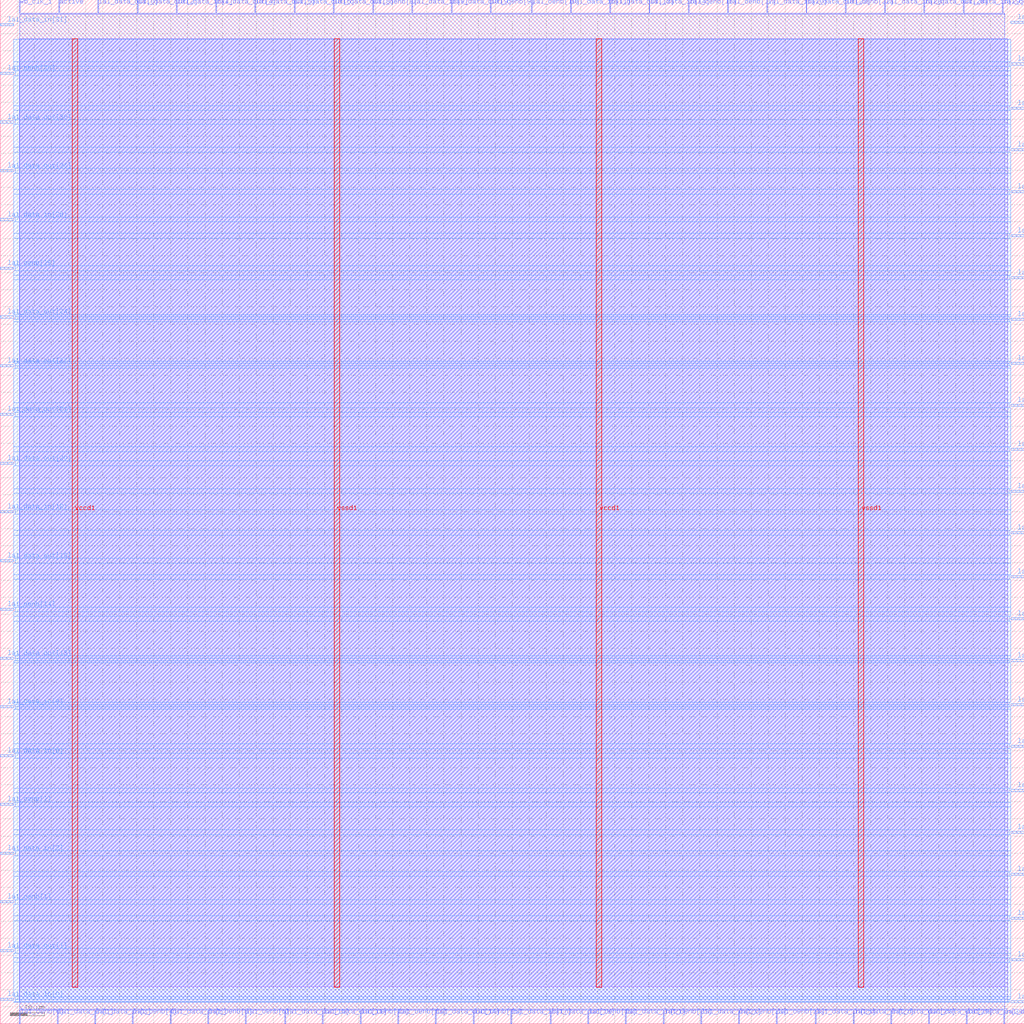
<source format=lef>
VERSION 5.7 ;
  NOWIREEXTENSIONATPIN ON ;
  DIVIDERCHAR "/" ;
  BUSBITCHARS "[]" ;
MACRO wrapped_OpenPUF
  CLASS BLOCK ;
  FOREIGN wrapped_OpenPUF ;
  ORIGIN 0.000 0.000 ;
  SIZE 300.000 BY 300.000 ;
  PIN active
    DIRECTION INPUT ;
    USE SIGNAL ;
    PORT
      LAYER met2 ;
        RECT 17.110 296.000 17.390 300.000 ;
    END
  END active
  PIN la1_data_in[0]
    DIRECTION INPUT ;
    USE SIGNAL ;
    PORT
      LAYER met3 ;
        RECT 0.000 6.840 4.000 7.440 ;
    END
  END la1_data_in[0]
  PIN la1_data_in[10]
    DIRECTION INPUT ;
    USE SIGNAL ;
    PORT
      LAYER met3 ;
        RECT 296.000 68.040 300.000 68.640 ;
    END
  END la1_data_in[10]
  PIN la1_data_in[11]
    DIRECTION INPUT ;
    USE SIGNAL ;
    PORT
      LAYER met2 ;
        RECT 167.070 296.000 167.350 300.000 ;
    END
  END la1_data_in[11]
  PIN la1_data_in[12]
    DIRECTION INPUT ;
    USE SIGNAL ;
    PORT
      LAYER met3 ;
        RECT 296.000 93.200 300.000 93.800 ;
    END
  END la1_data_in[12]
  PIN la1_data_in[13]
    DIRECTION INPUT ;
    USE SIGNAL ;
    PORT
      LAYER met3 ;
        RECT 296.000 106.120 300.000 106.720 ;
    END
  END la1_data_in[13]
  PIN la1_data_in[14]
    DIRECTION INPUT ;
    USE SIGNAL ;
    PORT
      LAYER met2 ;
        RECT 190.070 296.000 190.350 300.000 ;
    END
  END la1_data_in[14]
  PIN la1_data_in[15]
    DIRECTION INPUT ;
    USE SIGNAL ;
    PORT
      LAYER met3 ;
        RECT 296.000 118.360 300.000 118.960 ;
    END
  END la1_data_in[15]
  PIN la1_data_in[16]
    DIRECTION INPUT ;
    USE SIGNAL ;
    PORT
      LAYER met3 ;
        RECT 296.000 130.600 300.000 131.200 ;
    END
  END la1_data_in[16]
  PIN la1_data_in[17]
    DIRECTION INPUT ;
    USE SIGNAL ;
    PORT
      LAYER met2 ;
        RECT 149.590 0.000 149.870 4.000 ;
    END
  END la1_data_in[17]
  PIN la1_data_in[18]
    DIRECTION INPUT ;
    USE SIGNAL ;
    PORT
      LAYER met3 ;
        RECT 0.000 149.640 4.000 150.240 ;
    END
  END la1_data_in[18]
  PIN la1_data_in[19]
    DIRECTION INPUT ;
    USE SIGNAL ;
    PORT
      LAYER met3 ;
        RECT 296.000 180.920 300.000 181.520 ;
    END
  END la1_data_in[19]
  PIN la1_data_in[1]
    DIRECTION INPUT ;
    USE SIGNAL ;
    PORT
      LAYER met2 ;
        RECT 16.650 0.000 16.930 4.000 ;
    END
  END la1_data_in[1]
  PIN la1_data_in[20]
    DIRECTION INPUT ;
    USE SIGNAL ;
    PORT
      LAYER met2 ;
        RECT 224.570 296.000 224.850 300.000 ;
    END
  END la1_data_in[20]
  PIN la1_data_in[21]
    DIRECTION INPUT ;
    USE SIGNAL ;
    PORT
      LAYER met2 ;
        RECT 183.170 0.000 183.450 4.000 ;
    END
  END la1_data_in[21]
  PIN la1_data_in[22]
    DIRECTION INPUT ;
    USE SIGNAL ;
    PORT
      LAYER met3 ;
        RECT 296.000 218.320 300.000 218.920 ;
    END
  END la1_data_in[22]
  PIN la1_data_in[23]
    DIRECTION INPUT ;
    USE SIGNAL ;
    PORT
      LAYER met2 ;
        RECT 205.250 0.000 205.530 4.000 ;
    END
  END la1_data_in[23]
  PIN la1_data_in[24]
    DIRECTION INPUT ;
    USE SIGNAL ;
    PORT
      LAYER met3 ;
        RECT 296.000 230.560 300.000 231.160 ;
    END
  END la1_data_in[24]
  PIN la1_data_in[25]
    DIRECTION INPUT ;
    USE SIGNAL ;
    PORT
      LAYER met2 ;
        RECT 238.830 0.000 239.110 4.000 ;
    END
  END la1_data_in[25]
  PIN la1_data_in[26]
    DIRECTION INPUT ;
    USE SIGNAL ;
    PORT
      LAYER met3 ;
        RECT 0.000 235.320 4.000 235.920 ;
    END
  END la1_data_in[26]
  PIN la1_data_in[27]
    DIRECTION INPUT ;
    USE SIGNAL ;
    PORT
      LAYER met2 ;
        RECT 249.870 0.000 250.150 4.000 ;
    END
  END la1_data_in[27]
  PIN la1_data_in[28]
    DIRECTION INPUT ;
    USE SIGNAL ;
    PORT
      LAYER met2 ;
        RECT 259.070 296.000 259.350 300.000 ;
    END
  END la1_data_in[28]
  PIN la1_data_in[29]
    DIRECTION INPUT ;
    USE SIGNAL ;
    PORT
      LAYER met2 ;
        RECT 282.070 296.000 282.350 300.000 ;
    END
  END la1_data_in[29]
  PIN la1_data_in[2]
    DIRECTION INPUT ;
    USE SIGNAL ;
    PORT
      LAYER met3 ;
        RECT 0.000 49.680 4.000 50.280 ;
    END
  END la1_data_in[2]
  PIN la1_data_in[30]
    DIRECTION INPUT ;
    USE SIGNAL ;
    PORT
      LAYER met2 ;
        RECT 282.990 0.000 283.270 4.000 ;
    END
  END la1_data_in[30]
  PIN la1_data_in[31]
    DIRECTION INPUT ;
    USE SIGNAL ;
    PORT
      LAYER met3 ;
        RECT 0.000 292.440 4.000 293.040 ;
    END
  END la1_data_in[31]
  PIN la1_data_in[3]
    DIRECTION INPUT ;
    USE SIGNAL ;
    PORT
      LAYER met2 ;
        RECT 27.690 0.000 27.970 4.000 ;
    END
  END la1_data_in[3]
  PIN la1_data_in[4]
    DIRECTION INPUT ;
    USE SIGNAL ;
    PORT
      LAYER met2 ;
        RECT 51.610 296.000 51.890 300.000 ;
    END
  END la1_data_in[4]
  PIN la1_data_in[5]
    DIRECTION INPUT ;
    USE SIGNAL ;
    PORT
      LAYER met2 ;
        RECT 49.770 0.000 50.050 4.000 ;
    END
  END la1_data_in[5]
  PIN la1_data_in[6]
    DIRECTION INPUT ;
    USE SIGNAL ;
    PORT
      LAYER met3 ;
        RECT 0.000 78.240 4.000 78.840 ;
    END
  END la1_data_in[6]
  PIN la1_data_in[7]
    DIRECTION INPUT ;
    USE SIGNAL ;
    PORT
      LAYER met3 ;
        RECT 296.000 30.640 300.000 31.240 ;
    END
  END la1_data_in[7]
  PIN la1_data_in[8]
    DIRECTION INPUT ;
    USE SIGNAL ;
    PORT
      LAYER met3 ;
        RECT 0.000 92.520 4.000 93.120 ;
    END
  END la1_data_in[8]
  PIN la1_data_in[9]
    DIRECTION INPUT ;
    USE SIGNAL ;
    PORT
      LAYER met2 ;
        RECT 120.610 296.000 120.890 300.000 ;
    END
  END la1_data_in[9]
  PIN la1_data_out[0]
    DIRECTION OUTPUT TRISTATE ;
    USE SIGNAL ;
    PORT
      LAYER met2 ;
        RECT 28.610 296.000 28.890 300.000 ;
    END
  END la1_data_out[0]
  PIN la1_data_out[10]
    DIRECTION OUTPUT TRISTATE ;
    USE SIGNAL ;
    PORT
      LAYER met2 ;
        RECT 83.350 0.000 83.630 4.000 ;
    END
  END la1_data_out[10]
  PIN la1_data_out[11]
    DIRECTION OUTPUT TRISTATE ;
    USE SIGNAL ;
    PORT
      LAYER met2 ;
        RECT 94.390 0.000 94.670 4.000 ;
    END
  END la1_data_out[11]
  PIN la1_data_out[12]
    DIRECTION OUTPUT TRISTATE ;
    USE SIGNAL ;
    PORT
      LAYER met2 ;
        RECT 178.570 296.000 178.850 300.000 ;
    END
  END la1_data_out[12]
  PIN la1_data_out[13]
    DIRECTION OUTPUT TRISTATE ;
    USE SIGNAL ;
    PORT
      LAYER met3 ;
        RECT 0.000 106.800 4.000 107.400 ;
    END
  END la1_data_out[13]
  PIN la1_data_out[14]
    DIRECTION OUTPUT TRISTATE ;
    USE SIGNAL ;
    PORT
      LAYER met2 ;
        RECT 127.510 0.000 127.790 4.000 ;
    END
  END la1_data_out[14]
  PIN la1_data_out[15]
    DIRECTION OUTPUT TRISTATE ;
    USE SIGNAL ;
    PORT
      LAYER met3 ;
        RECT 0.000 135.360 4.000 135.960 ;
    END
  END la1_data_out[15]
  PIN la1_data_out[16]
    DIRECTION OUTPUT TRISTATE ;
    USE SIGNAL ;
    PORT
      LAYER met3 ;
        RECT 296.000 143.520 300.000 144.120 ;
    END
  END la1_data_out[16]
  PIN la1_data_out[17]
    DIRECTION OUTPUT TRISTATE ;
    USE SIGNAL ;
    PORT
      LAYER met3 ;
        RECT 296.000 155.760 300.000 156.360 ;
    END
  END la1_data_out[17]
  PIN la1_data_out[18]
    DIRECTION OUTPUT TRISTATE ;
    USE SIGNAL ;
    PORT
      LAYER met2 ;
        RECT 161.090 0.000 161.370 4.000 ;
    END
  END la1_data_out[18]
  PIN la1_data_out[19]
    DIRECTION OUTPUT TRISTATE ;
    USE SIGNAL ;
    PORT
      LAYER met3 ;
        RECT 296.000 193.160 300.000 193.760 ;
    END
  END la1_data_out[19]
  PIN la1_data_out[1]
    DIRECTION OUTPUT TRISTATE ;
    USE SIGNAL ;
    PORT
      LAYER met3 ;
        RECT 0.000 21.120 4.000 21.720 ;
    END
  END la1_data_out[1]
  PIN la1_data_out[20]
    DIRECTION OUTPUT TRISTATE ;
    USE SIGNAL ;
    PORT
      LAYER met3 ;
        RECT 0.000 163.920 4.000 164.520 ;
    END
  END la1_data_out[20]
  PIN la1_data_out[21]
    DIRECTION OUTPUT TRISTATE ;
    USE SIGNAL ;
    PORT
      LAYER met3 ;
        RECT 0.000 178.200 4.000 178.800 ;
    END
  END la1_data_out[21]
  PIN la1_data_out[22]
    DIRECTION OUTPUT TRISTATE ;
    USE SIGNAL ;
    PORT
      LAYER met2 ;
        RECT 236.070 296.000 236.350 300.000 ;
    END
  END la1_data_out[22]
  PIN la1_data_out[23]
    DIRECTION OUTPUT TRISTATE ;
    USE SIGNAL ;
    PORT
      LAYER met3 ;
        RECT 0.000 192.480 4.000 193.080 ;
    END
  END la1_data_out[23]
  PIN la1_data_out[24]
    DIRECTION OUTPUT TRISTATE ;
    USE SIGNAL ;
    PORT
      LAYER met3 ;
        RECT 0.000 206.760 4.000 207.360 ;
    END
  END la1_data_out[24]
  PIN la1_data_out[25]
    DIRECTION OUTPUT TRISTATE ;
    USE SIGNAL ;
    PORT
      LAYER met3 ;
        RECT 296.000 243.480 300.000 244.080 ;
    END
  END la1_data_out[25]
  PIN la1_data_out[26]
    DIRECTION OUTPUT TRISTATE ;
    USE SIGNAL ;
    PORT
      LAYER met3 ;
        RECT 0.000 249.600 4.000 250.200 ;
    END
  END la1_data_out[26]
  PIN la1_data_out[27]
    DIRECTION OUTPUT TRISTATE ;
    USE SIGNAL ;
    PORT
      LAYER met2 ;
        RECT 260.910 0.000 261.190 4.000 ;
    END
  END la1_data_out[27]
  PIN la1_data_out[28]
    DIRECTION OUTPUT TRISTATE ;
    USE SIGNAL ;
    PORT
      LAYER met2 ;
        RECT 270.570 296.000 270.850 300.000 ;
    END
  END la1_data_out[28]
  PIN la1_data_out[29]
    DIRECTION OUTPUT TRISTATE ;
    USE SIGNAL ;
    PORT
      LAYER met2 ;
        RECT 271.950 0.000 272.230 4.000 ;
    END
  END la1_data_out[29]
  PIN la1_data_out[2]
    DIRECTION OUTPUT TRISTATE ;
    USE SIGNAL ;
    PORT
      LAYER met2 ;
        RECT 40.110 296.000 40.390 300.000 ;
    END
  END la1_data_out[2]
  PIN la1_data_out[30]
    DIRECTION OUTPUT TRISTATE ;
    USE SIGNAL ;
    PORT
      LAYER met3 ;
        RECT 0.000 263.880 4.000 264.480 ;
    END
  END la1_data_out[30]
  PIN la1_data_out[31]
    DIRECTION OUTPUT TRISTATE ;
    USE SIGNAL ;
    PORT
      LAYER met2 ;
        RECT 294.030 0.000 294.310 4.000 ;
    END
  END la1_data_out[31]
  PIN la1_data_out[3]
    DIRECTION OUTPUT TRISTATE ;
    USE SIGNAL ;
    PORT
      LAYER met3 ;
        RECT 296.000 6.160 300.000 6.760 ;
    END
  END la1_data_out[3]
  PIN la1_data_out[4]
    DIRECTION OUTPUT TRISTATE ;
    USE SIGNAL ;
    PORT
      LAYER met2 ;
        RECT 63.110 296.000 63.390 300.000 ;
    END
  END la1_data_out[4]
  PIN la1_data_out[5]
    DIRECTION OUTPUT TRISTATE ;
    USE SIGNAL ;
    PORT
      LAYER met2 ;
        RECT 74.610 296.000 74.890 300.000 ;
    END
  END la1_data_out[5]
  PIN la1_data_out[6]
    DIRECTION OUTPUT TRISTATE ;
    USE SIGNAL ;
    PORT
      LAYER met2 ;
        RECT 86.110 296.000 86.390 300.000 ;
    END
  END la1_data_out[6]
  PIN la1_data_out[7]
    DIRECTION OUTPUT TRISTATE ;
    USE SIGNAL ;
    PORT
      LAYER met3 ;
        RECT 296.000 43.560 300.000 44.160 ;
    END
  END la1_data_out[7]
  PIN la1_data_out[8]
    DIRECTION OUTPUT TRISTATE ;
    USE SIGNAL ;
    PORT
      LAYER met2 ;
        RECT 97.610 296.000 97.890 300.000 ;
    END
  END la1_data_out[8]
  PIN la1_data_out[9]
    DIRECTION OUTPUT TRISTATE ;
    USE SIGNAL ;
    PORT
      LAYER met2 ;
        RECT 132.110 296.000 132.390 300.000 ;
    END
  END la1_data_out[9]
  PIN la1_oenb[0]
    DIRECTION INPUT ;
    USE SIGNAL ;
    PORT
      LAYER met2 ;
        RECT 5.610 0.000 5.890 4.000 ;
    END
  END la1_oenb[0]
  PIN la1_oenb[10]
    DIRECTION INPUT ;
    USE SIGNAL ;
    PORT
      LAYER met2 ;
        RECT 155.570 296.000 155.850 300.000 ;
    END
  END la1_oenb[10]
  PIN la1_oenb[11]
    DIRECTION INPUT ;
    USE SIGNAL ;
    PORT
      LAYER met3 ;
        RECT 296.000 80.960 300.000 81.560 ;
    END
  END la1_oenb[11]
  PIN la1_oenb[12]
    DIRECTION INPUT ;
    USE SIGNAL ;
    PORT
      LAYER met2 ;
        RECT 105.430 0.000 105.710 4.000 ;
    END
  END la1_oenb[12]
  PIN la1_oenb[13]
    DIRECTION INPUT ;
    USE SIGNAL ;
    PORT
      LAYER met2 ;
        RECT 116.470 0.000 116.750 4.000 ;
    END
  END la1_oenb[13]
  PIN la1_oenb[14]
    DIRECTION INPUT ;
    USE SIGNAL ;
    PORT
      LAYER met3 ;
        RECT 0.000 121.080 4.000 121.680 ;
    END
  END la1_oenb[14]
  PIN la1_oenb[15]
    DIRECTION INPUT ;
    USE SIGNAL ;
    PORT
      LAYER met2 ;
        RECT 138.550 0.000 138.830 4.000 ;
    END
  END la1_oenb[15]
  PIN la1_oenb[16]
    DIRECTION INPUT ;
    USE SIGNAL ;
    PORT
      LAYER met2 ;
        RECT 201.570 296.000 201.850 300.000 ;
    END
  END la1_oenb[16]
  PIN la1_oenb[17]
    DIRECTION INPUT ;
    USE SIGNAL ;
    PORT
      LAYER met2 ;
        RECT 213.070 296.000 213.350 300.000 ;
    END
  END la1_oenb[17]
  PIN la1_oenb[18]
    DIRECTION INPUT ;
    USE SIGNAL ;
    PORT
      LAYER met3 ;
        RECT 296.000 168.000 300.000 168.600 ;
    END
  END la1_oenb[18]
  PIN la1_oenb[19]
    DIRECTION INPUT ;
    USE SIGNAL ;
    PORT
      LAYER met2 ;
        RECT 172.130 0.000 172.410 4.000 ;
    END
  END la1_oenb[19]
  PIN la1_oenb[1]
    DIRECTION INPUT ;
    USE SIGNAL ;
    PORT
      LAYER met3 ;
        RECT 0.000 35.400 4.000 36.000 ;
    END
  END la1_oenb[1]
  PIN la1_oenb[20]
    DIRECTION INPUT ;
    USE SIGNAL ;
    PORT
      LAYER met3 ;
        RECT 296.000 206.080 300.000 206.680 ;
    END
  END la1_oenb[20]
  PIN la1_oenb[21]
    DIRECTION INPUT ;
    USE SIGNAL ;
    PORT
      LAYER met2 ;
        RECT 194.210 0.000 194.490 4.000 ;
    END
  END la1_oenb[21]
  PIN la1_oenb[22]
    DIRECTION INPUT ;
    USE SIGNAL ;
    PORT
      LAYER met2 ;
        RECT 247.570 296.000 247.850 300.000 ;
    END
  END la1_oenb[22]
  PIN la1_oenb[23]
    DIRECTION INPUT ;
    USE SIGNAL ;
    PORT
      LAYER met2 ;
        RECT 216.290 0.000 216.570 4.000 ;
    END
  END la1_oenb[23]
  PIN la1_oenb[24]
    DIRECTION INPUT ;
    USE SIGNAL ;
    PORT
      LAYER met2 ;
        RECT 227.330 0.000 227.610 4.000 ;
    END
  END la1_oenb[24]
  PIN la1_oenb[25]
    DIRECTION INPUT ;
    USE SIGNAL ;
    PORT
      LAYER met3 ;
        RECT 0.000 221.040 4.000 221.640 ;
    END
  END la1_oenb[25]
  PIN la1_oenb[26]
    DIRECTION INPUT ;
    USE SIGNAL ;
    PORT
      LAYER met3 ;
        RECT 296.000 255.720 300.000 256.320 ;
    END
  END la1_oenb[26]
  PIN la1_oenb[27]
    DIRECTION INPUT ;
    USE SIGNAL ;
    PORT
      LAYER met3 ;
        RECT 296.000 267.960 300.000 268.560 ;
    END
  END la1_oenb[27]
  PIN la1_oenb[28]
    DIRECTION INPUT ;
    USE SIGNAL ;
    PORT
      LAYER met3 ;
        RECT 296.000 280.880 300.000 281.480 ;
    END
  END la1_oenb[28]
  PIN la1_oenb[29]
    DIRECTION INPUT ;
    USE SIGNAL ;
    PORT
      LAYER met2 ;
        RECT 293.570 296.000 293.850 300.000 ;
    END
  END la1_oenb[29]
  PIN la1_oenb[2]
    DIRECTION INPUT ;
    USE SIGNAL ;
    PORT
      LAYER met3 ;
        RECT 0.000 63.960 4.000 64.560 ;
    END
  END la1_oenb[2]
  PIN la1_oenb[30]
    DIRECTION INPUT ;
    USE SIGNAL ;
    PORT
      LAYER met3 ;
        RECT 0.000 278.160 4.000 278.760 ;
    END
  END la1_oenb[30]
  PIN la1_oenb[31]
    DIRECTION INPUT ;
    USE SIGNAL ;
    PORT
      LAYER met3 ;
        RECT 296.000 293.120 300.000 293.720 ;
    END
  END la1_oenb[31]
  PIN la1_oenb[3]
    DIRECTION INPUT ;
    USE SIGNAL ;
    PORT
      LAYER met3 ;
        RECT 296.000 18.400 300.000 19.000 ;
    END
  END la1_oenb[3]
  PIN la1_oenb[4]
    DIRECTION INPUT ;
    USE SIGNAL ;
    PORT
      LAYER met2 ;
        RECT 38.730 0.000 39.010 4.000 ;
    END
  END la1_oenb[4]
  PIN la1_oenb[5]
    DIRECTION INPUT ;
    USE SIGNAL ;
    PORT
      LAYER met2 ;
        RECT 60.810 0.000 61.090 4.000 ;
    END
  END la1_oenb[5]
  PIN la1_oenb[6]
    DIRECTION INPUT ;
    USE SIGNAL ;
    PORT
      LAYER met2 ;
        RECT 71.850 0.000 72.130 4.000 ;
    END
  END la1_oenb[6]
  PIN la1_oenb[7]
    DIRECTION INPUT ;
    USE SIGNAL ;
    PORT
      LAYER met3 ;
        RECT 296.000 55.800 300.000 56.400 ;
    END
  END la1_oenb[7]
  PIN la1_oenb[8]
    DIRECTION INPUT ;
    USE SIGNAL ;
    PORT
      LAYER met2 ;
        RECT 109.110 296.000 109.390 300.000 ;
    END
  END la1_oenb[8]
  PIN la1_oenb[9]
    DIRECTION INPUT ;
    USE SIGNAL ;
    PORT
      LAYER met2 ;
        RECT 143.610 296.000 143.890 300.000 ;
    END
  END la1_oenb[9]
  PIN vccd1
    DIRECTION INPUT ;
    USE POWER ;
    PORT
      LAYER met4 ;
        RECT 21.040 10.640 22.640 288.560 ;
    END
    PORT
      LAYER met4 ;
        RECT 174.640 10.640 176.240 288.560 ;
    END
  END vccd1
  PIN vssd1
    DIRECTION INPUT ;
    USE GROUND ;
    PORT
      LAYER met4 ;
        RECT 97.840 10.640 99.440 288.560 ;
    END
    PORT
      LAYER met4 ;
        RECT 251.440 10.640 253.040 288.560 ;
    END
  END vssd1
  PIN wb_clk_i
    DIRECTION INPUT ;
    USE SIGNAL ;
    PORT
      LAYER met2 ;
        RECT 5.610 296.000 5.890 300.000 ;
    END
  END wb_clk_i
  OBS
      LAYER li1 ;
        RECT 5.520 10.795 295.175 288.405 ;
      LAYER met1 ;
        RECT 5.520 6.500 295.235 288.560 ;
      LAYER met2 ;
        RECT 6.170 295.720 16.830 296.000 ;
        RECT 17.670 295.720 28.330 296.000 ;
        RECT 29.170 295.720 39.830 296.000 ;
        RECT 40.670 295.720 51.330 296.000 ;
        RECT 52.170 295.720 62.830 296.000 ;
        RECT 63.670 295.720 74.330 296.000 ;
        RECT 75.170 295.720 85.830 296.000 ;
        RECT 86.670 295.720 97.330 296.000 ;
        RECT 98.170 295.720 108.830 296.000 ;
        RECT 109.670 295.720 120.330 296.000 ;
        RECT 121.170 295.720 131.830 296.000 ;
        RECT 132.670 295.720 143.330 296.000 ;
        RECT 144.170 295.720 155.290 296.000 ;
        RECT 156.130 295.720 166.790 296.000 ;
        RECT 167.630 295.720 178.290 296.000 ;
        RECT 179.130 295.720 189.790 296.000 ;
        RECT 190.630 295.720 201.290 296.000 ;
        RECT 202.130 295.720 212.790 296.000 ;
        RECT 213.630 295.720 224.290 296.000 ;
        RECT 225.130 295.720 235.790 296.000 ;
        RECT 236.630 295.720 247.290 296.000 ;
        RECT 248.130 295.720 258.790 296.000 ;
        RECT 259.630 295.720 270.290 296.000 ;
        RECT 271.130 295.720 281.790 296.000 ;
        RECT 282.630 295.720 293.290 296.000 ;
        RECT 294.130 295.720 294.300 296.000 ;
        RECT 5.680 4.280 294.300 295.720 ;
        RECT 6.170 4.000 16.370 4.280 ;
        RECT 17.210 4.000 27.410 4.280 ;
        RECT 28.250 4.000 38.450 4.280 ;
        RECT 39.290 4.000 49.490 4.280 ;
        RECT 50.330 4.000 60.530 4.280 ;
        RECT 61.370 4.000 71.570 4.280 ;
        RECT 72.410 4.000 83.070 4.280 ;
        RECT 83.910 4.000 94.110 4.280 ;
        RECT 94.950 4.000 105.150 4.280 ;
        RECT 105.990 4.000 116.190 4.280 ;
        RECT 117.030 4.000 127.230 4.280 ;
        RECT 128.070 4.000 138.270 4.280 ;
        RECT 139.110 4.000 149.310 4.280 ;
        RECT 150.150 4.000 160.810 4.280 ;
        RECT 161.650 4.000 171.850 4.280 ;
        RECT 172.690 4.000 182.890 4.280 ;
        RECT 183.730 4.000 193.930 4.280 ;
        RECT 194.770 4.000 204.970 4.280 ;
        RECT 205.810 4.000 216.010 4.280 ;
        RECT 216.850 4.000 227.050 4.280 ;
        RECT 227.890 4.000 238.550 4.280 ;
        RECT 239.390 4.000 249.590 4.280 ;
        RECT 250.430 4.000 260.630 4.280 ;
        RECT 261.470 4.000 271.670 4.280 ;
        RECT 272.510 4.000 282.710 4.280 ;
        RECT 283.550 4.000 293.750 4.280 ;
      LAYER met3 ;
        RECT 4.000 281.880 296.000 288.485 ;
        RECT 4.000 280.480 295.600 281.880 ;
        RECT 4.000 279.160 296.000 280.480 ;
        RECT 4.400 277.760 296.000 279.160 ;
        RECT 4.000 268.960 296.000 277.760 ;
        RECT 4.000 267.560 295.600 268.960 ;
        RECT 4.000 264.880 296.000 267.560 ;
        RECT 4.400 263.480 296.000 264.880 ;
        RECT 4.000 256.720 296.000 263.480 ;
        RECT 4.000 255.320 295.600 256.720 ;
        RECT 4.000 250.600 296.000 255.320 ;
        RECT 4.400 249.200 296.000 250.600 ;
        RECT 4.000 244.480 296.000 249.200 ;
        RECT 4.000 243.080 295.600 244.480 ;
        RECT 4.000 236.320 296.000 243.080 ;
        RECT 4.400 234.920 296.000 236.320 ;
        RECT 4.000 231.560 296.000 234.920 ;
        RECT 4.000 230.160 295.600 231.560 ;
        RECT 4.000 222.040 296.000 230.160 ;
        RECT 4.400 220.640 296.000 222.040 ;
        RECT 4.000 219.320 296.000 220.640 ;
        RECT 4.000 217.920 295.600 219.320 ;
        RECT 4.000 207.760 296.000 217.920 ;
        RECT 4.400 207.080 296.000 207.760 ;
        RECT 4.400 206.360 295.600 207.080 ;
        RECT 4.000 205.680 295.600 206.360 ;
        RECT 4.000 194.160 296.000 205.680 ;
        RECT 4.000 193.480 295.600 194.160 ;
        RECT 4.400 192.760 295.600 193.480 ;
        RECT 4.400 192.080 296.000 192.760 ;
        RECT 4.000 181.920 296.000 192.080 ;
        RECT 4.000 180.520 295.600 181.920 ;
        RECT 4.000 179.200 296.000 180.520 ;
        RECT 4.400 177.800 296.000 179.200 ;
        RECT 4.000 169.000 296.000 177.800 ;
        RECT 4.000 167.600 295.600 169.000 ;
        RECT 4.000 164.920 296.000 167.600 ;
        RECT 4.400 163.520 296.000 164.920 ;
        RECT 4.000 156.760 296.000 163.520 ;
        RECT 4.000 155.360 295.600 156.760 ;
        RECT 4.000 150.640 296.000 155.360 ;
        RECT 4.400 149.240 296.000 150.640 ;
        RECT 4.000 144.520 296.000 149.240 ;
        RECT 4.000 143.120 295.600 144.520 ;
        RECT 4.000 136.360 296.000 143.120 ;
        RECT 4.400 134.960 296.000 136.360 ;
        RECT 4.000 131.600 296.000 134.960 ;
        RECT 4.000 130.200 295.600 131.600 ;
        RECT 4.000 122.080 296.000 130.200 ;
        RECT 4.400 120.680 296.000 122.080 ;
        RECT 4.000 119.360 296.000 120.680 ;
        RECT 4.000 117.960 295.600 119.360 ;
        RECT 4.000 107.800 296.000 117.960 ;
        RECT 4.400 107.120 296.000 107.800 ;
        RECT 4.400 106.400 295.600 107.120 ;
        RECT 4.000 105.720 295.600 106.400 ;
        RECT 4.000 94.200 296.000 105.720 ;
        RECT 4.000 93.520 295.600 94.200 ;
        RECT 4.400 92.800 295.600 93.520 ;
        RECT 4.400 92.120 296.000 92.800 ;
        RECT 4.000 81.960 296.000 92.120 ;
        RECT 4.000 80.560 295.600 81.960 ;
        RECT 4.000 79.240 296.000 80.560 ;
        RECT 4.400 77.840 296.000 79.240 ;
        RECT 4.000 69.040 296.000 77.840 ;
        RECT 4.000 67.640 295.600 69.040 ;
        RECT 4.000 64.960 296.000 67.640 ;
        RECT 4.400 63.560 296.000 64.960 ;
        RECT 4.000 56.800 296.000 63.560 ;
        RECT 4.000 55.400 295.600 56.800 ;
        RECT 4.000 50.680 296.000 55.400 ;
        RECT 4.400 49.280 296.000 50.680 ;
        RECT 4.000 44.560 296.000 49.280 ;
        RECT 4.000 43.160 295.600 44.560 ;
        RECT 4.000 36.400 296.000 43.160 ;
        RECT 4.400 35.000 296.000 36.400 ;
        RECT 4.000 31.640 296.000 35.000 ;
        RECT 4.000 30.240 295.600 31.640 ;
        RECT 4.000 22.120 296.000 30.240 ;
        RECT 4.400 20.720 296.000 22.120 ;
        RECT 4.000 19.400 296.000 20.720 ;
        RECT 4.000 18.000 295.600 19.400 ;
        RECT 4.000 7.840 296.000 18.000 ;
        RECT 4.400 7.160 296.000 7.840 ;
        RECT 4.400 6.440 295.600 7.160 ;
        RECT 4.000 6.295 295.600 6.440 ;
  END
END wrapped_OpenPUF
END LIBRARY


</source>
